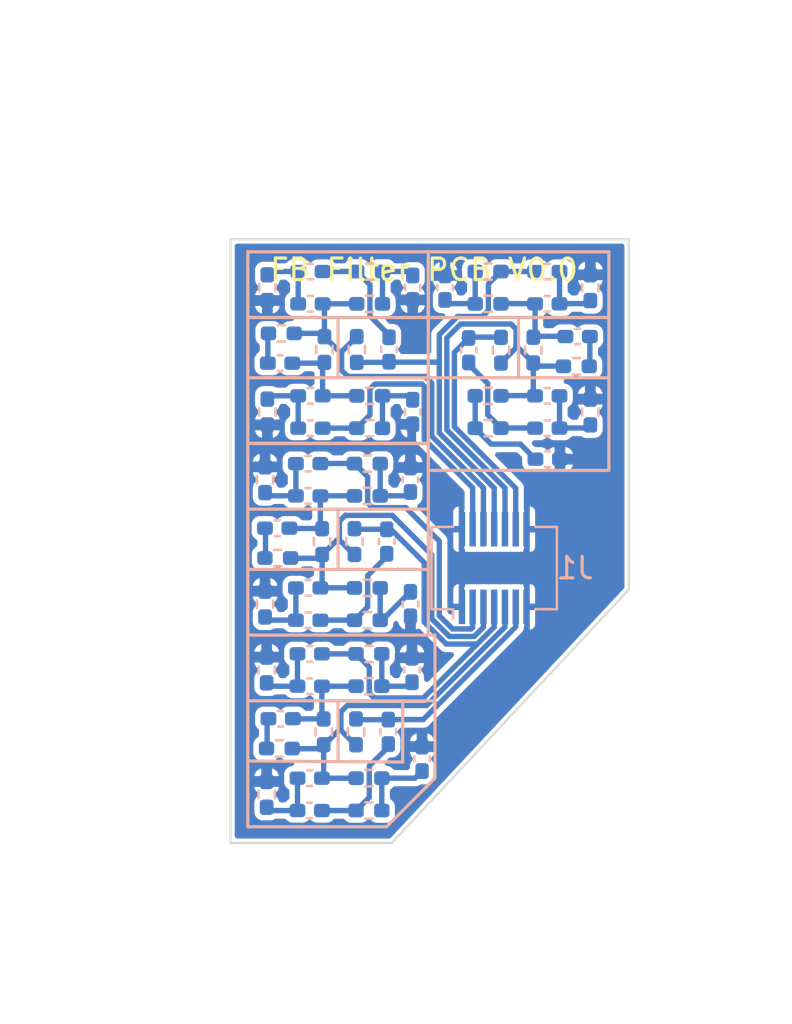
<source format=kicad_pcb>
(kicad_pcb (version 20221018) (generator pcbnew)
  (layers (0 "F.Cu" signal) (1 "In1.Cu" signal) (2 "In2.Cu" signal) (31 "B.Cu" signal) (34 "B.Paste" user) (35 "F.Paste" user) (36 "B.SilkS" user "B.Silkscreen") (37 "F.SilkS" user "F.Silkscreen") (38 "B.Mask" user) (39 "F.Mask" user) (44 "Edge.Cuts" user))
  (net 0 "")
  (net 1 "/FB_Filter_L/QMIC")
  (net 2 "Net-(C1-Pad2)")
  (net 3 "Net-(C2-Pad1)")
  (net 4 "GNDA")
  (net 5 "Net-(C3-Pad2)")
  (net 6 "Net-(C4-Pad2)")
  (net 7 "/FB_Filter_L/IOP1")
  (net 8 "Net-(C5-Pad2)")
  (net 9 "Net-(C6-Pad1)")
  (net 10 "Net-(C7-Pad2)")
  (net 11 "/FB_Filter_L/QOP1")
  (net 12 "Net-(C11-Pad1)")
  (net 13 "Net-(C10-Pad1)")
  (net 14 "Net-(C11-Pad2)")
  (net 15 "Net-(C12-Pad2)")
  (net 16 "/FB_Filter_L/IOP2")
  (net 17 "Net-(C13-Pad2)")
  (net 18 "Net-(C14-Pad1)")
  (net 19 "Net-(C15-Pad2)")
  (net 20 "/FB_Filter_L/QOP2")
  (net 21 "/FB_Filter_R/QOP1")
  (net 22 "Net-(C26-Pad2)")
  (net 23 "Net-(C27-Pad1)")
  (net 24 "Net-(C28-Pad2)")
  (net 25 "Net-(C29-Pad2)")
  (net 26 "/FB_Filter_R/IOP2")
  (net 27 "Net-(C30-Pad2)")
  (net 28 "Net-(C31-Pad1)")
  (net 29 "Net-(C32-Pad2)")
  (net 30 "/FB_Filter_R/QOP2")
  (net 31 "/FB_Filter_R/QMIC")
  (net 32 "Net-(C34-Pad2)")
  (net 33 "Net-(C35-Pad1)")
  (net 34 "Net-(C36-Pad2)")
  (net 35 "Net-(C37-Pad2)")
  (net 36 "/FB_Filter_R/IOP1")
  (net 37 "Net-(C38-Pad2)")
  (net 38 "Net-(C39-Pad1)")
  (net 39 "Net-(C40-Pad2)")
  (footprint "Resistor_SMD:R_0402_1005Metric_Pad0.72x0.64mm_HandSolder" (layer "B.Cu") (at 94.465 67.995)
    (fp_text reference "R25" hide)
    (fp_text value "3k")
  )
  (footprint "Resistor_SMD:R_0402_1005Metric_Pad0.72x0.64mm_HandSolder" (layer "B.Cu") (at 84.215 67.245 -90)
    (fp_text reference "R39" hide)
    (fp_text value "1k")
  )
  (footprint "Capacitor_SMD:C_0402_1005Metric_Pad0.74x0.62mm_HandSolder" (layer "B.Cu") (at 86.1825 84.23 180)
    (fp_text reference "C9" hide)
    (fp_text value "22nF")
  )
  (footprint "Capacitor_SMD:C_0402_1005Metric_Pad0.74x0.62mm_HandSolder" (layer "B.Cu") (at 97.215 73.7625 180)
    (fp_text reference "C32" hide)
    (fp_text value "33nF")
  )
  (footprint "Resistor_SMD:R_0402_1005Metric_Pad0.72x0.64mm_HandSolder" (layer "B.Cu") (at 88.3325 87.8475 -90)
    (fp_text reference "R16" hide)
    (fp_text value "22k")
  )
  (footprint "Capacitor_SMD:C_0402_1005Metric_Pad0.74x0.62mm_HandSolder" (layer "B.Cu") (at 86.1825 85.73)
    (fp_text reference "C11" hide)
    (fp_text value "22nF")
  )
  (footprint "Capacitor_SMD:C_0402_1005Metric_Pad0.74x0.62mm_HandSolder" (layer "B.Cu") (at 97.215 66.495)
    (fp_text reference "C26" hide)
    (fp_text value "22nF")
  )
  (footprint "Resistor_SMD:R_0402_1005Metric_Pad0.72x0.64mm_HandSolder" (layer "B.Cu") (at 84.7725 88.622214)
    (fp_text reference "R14" hide)
    (fp_text value "22k")
  )
  (footprint "Resistor_SMD:R_0402_1005Metric_Pad0.72x0.64mm_HandSolder" (layer "B.Cu") (at 94.465 66.495 180)
    (fp_text reference "R23" hide)
    (fp_text value "3k")
  )
  (footprint "Resistor_SMD:R_0402_1005Metric_Pad0.72x0.64mm_HandSolder" (layer "B.Cu") (at 86.8325 87.85 90)
    (fp_text reference "R13" hide)
    (fp_text value "22k")
  )
  (footprint "Resistor_SMD:R_0402_1005Metric_Pad0.72x0.64mm_HandSolder" (layer "B.Cu") (at 88.965 67.995)
    (fp_text reference "R37" hide)
    (fp_text value "6.2k")
  )
  (footprint "Resistor_SMD:R_0402_1005Metric_Pad0.72x0.64mm_HandSolder" (layer "B.Cu") (at 84.109 81.921526 90)
    (fp_text reference "R8" hide)
    (fp_text value "1k")
  )
  (footprint "Resistor_SMD:R_0402_1005Metric_Pad0.72x0.64mm_HandSolder" (layer "B.Cu") (at 88.9325 89.9975)
    (fp_text reference "R15" hide)
    (fp_text value "6.2k")
  )
  (footprint "Capacitor_SMD:C_0402_1005Metric_Pad0.74x0.62mm_HandSolder" (layer "B.Cu") (at 86.109 75.404026 180)
    (fp_text reference "C1" hide)
    (fp_text value "22nF")
  )
  (footprint "Resistor_SMD:R_0402_1005Metric_Pad0.72x0.64mm_HandSolder" (layer "B.Cu") (at 88.859 76.904026 180)
    (fp_text reference "R3" hide)
    (fp_text value "3k")
  )
  (footprint "Capacitor_SMD:C_0402_1005Metric_Pad0.74x0.62mm_HandSolder" (layer "B.Cu") (at 86.215 73.7625 180)
    (fp_text reference "C34" hide)
    (fp_text value "22nF")
  )
  (footprint "Resistor_SMD:R_0402_1005Metric_Pad0.72x0.64mm_HandSolder" (layer "B.Cu") (at 88.965 73.7625)
    (fp_text reference "R32" hide)
    (fp_text value "3k")
  )
  (footprint "Resistor_SMD:R_0402_1005Metric_Pad0.72x0.64mm_HandSolder" (layer "B.Cu") (at 98.565 70.8925 180)
    (fp_text reference "R27" hide)
    (fp_text value "22k")
  )
  (footprint "Capacitor_SMD:C_0402_1005Metric_Pad0.74x0.62mm_HandSolder" (layer "B.Cu") (at 86.215 66.495)
    (fp_text reference "C40" hide)
    (fp_text value "33nF")
  )
  (footprint "Resistor_SMD:R_0402_1005Metric_Pad0.72x0.64mm_HandSolder" (layer "B.Cu") (at 84.865 69.365)
    (fp_text reference "R36" hide)
    (fp_text value "22k")
  )
  (footprint "Resistor_SMD:R_0402_1005Metric_Pad0.72x0.64mm_HandSolder" (layer "B.Cu") (at 88.859 82.671526 180)
    (fp_text reference "R9" hide)
    (fp_text value "6.2k")
  )
  (footprint "Capacitor_SMD:C_0402_1005Metric_Pad0.74x0.62mm_HandSolder" (layer "B.Cu") (at 86.1825 89.9975 180)
    (fp_text reference "C13" hide)
    (fp_text value "33nF")
  )
  (footprint "Resistor_SMD:R_0402_1005Metric_Pad0.72x0.64mm_HandSolder" (layer "B.Cu") (at 88.9325 85.73 180)
    (fp_text reference "R12" hide)
    (fp_text value "3k")
  )
  (footprint "Capacitor_SMD:C_0402_1005Metric_Pad0.74x0.62mm_HandSolder" (layer "B.Cu") (at 84.805 70.7475 180)
    (fp_text reference "C37" hide)
    (fp_text value "4.7nF")
  )
  (footprint "Resistor_SMD:R_0402_1005Metric_Pad0.72x0.64mm_HandSolder" (layer "B.Cu") (at 84.699 79.785)
    (fp_text reference "R5" hide)
    (fp_text value "22k")
  )
  (footprint "Resistor_SMD:R_0402_1005Metric_Pad0.72x0.64mm_HandSolder" (layer "B.Cu") (at 84.215 73.0125 -90)
    (fp_text reference "R33" hide)
    (fp_text value "5.5k")
  )
  (footprint "Capacitor_SMD:C_0402_1005Metric_Pad0.74x0.62mm_HandSolder" (layer "B.Cu") (at 90.9325 84.98 90)
    (fp_text reference "C10" hide)
    (fp_text value "33nF")
  )
  (footprint "Resistor_SMD:R_0402_1005Metric_Pad0.72x0.64mm_HandSolder" (layer "B.Cu") (at 88.965 72.2625 180)
    (fp_text reference "R34" hide)
    (fp_text value "3k")
  )
  (footprint "Resistor_SMD:R_0402_1005Metric_Pad0.72x0.64mm_HandSolder" (layer "B.Cu") (at 88.365 70.1125 90)
    (fp_text reference "R38" hide)
    (fp_text value "22k")
  )
  (footprint "Capacitor_SMD:C_0402_1005Metric_Pad0.74x0.62mm_HandSolder" (layer "B.Cu") (at 98.625 69.51)
    (fp_text reference "C29" hide)
    (fp_text value "4.7nF")
  )
  (footprint "Resistor_SMD:R_0402_1005Metric_Pad0.72x0.64mm_HandSolder" (layer "B.Cu") (at 86.865 70.115 -90)
    (fp_text reference "R35" hide)
    (fp_text value "22k")
  )
  (footprint "Resistor_SMD:R_0402_1005Metric_Pad0.72x0.64mm_HandSolder" (layer "B.Cu") (at 88.965 66.495 180)
    (fp_text reference "R40" hide)
    (fp_text value "6.2k")
  )
  (footprint "Resistor_SMD:R_0402_1005Metric_Pad0.72x0.64mm_HandSolder" (layer "B.Cu") (at 88.859 75.404026)
    (fp_text reference "R1" hide)
    (fp_text value "3k")
  )
  (footprint "Capacitor_SMD:C_0402_1005Metric_Pad0.74x0.62mm_HandSolder" (layer "B.Cu") (at 90.859 76.154026 90)
    (fp_text reference "C2" hide)
    (fp_text value "33nF")
  )
  (footprint "Capacitor_SMD:C_0402_1005Metric_Pad0.74x0.62mm_HandSolder" (layer "B.Cu") (at 90.859 81.921526 -90)
    (fp_text reference "C6" hide)
    (fp_text value "15nF")
  )
  (footprint "Resistor_SMD:R_0402_1005Metric_Pad0.72x0.64mm_HandSolder" (layer "B.Cu") (at 88.259 79.021526 -90)
    (fp_text reference "R7" hide)
    (fp_text value "22k")
  )
  (footprint "Capacitor_SMD:C_0402_1005Metric_Pad0.74x0.62mm_HandSolder" (layer "B.Cu") (at 86.109 76.904026)
    (fp_text reference "C3" hide)
    (fp_text value "22nF")
  )
  (footprint "Connector_Hirose:Hirose_DF12_DF12C3.0-14DS-0.5V_2x07_P0.50mm_Vertical" (layer "B.Cu") (at 94.75 80.25)
    (fp_text reference "J1")
    (fp_text value "FB_Filters")
  )
  (footprint "Capacitor_SMD:C_0402_1005Metric_Pad0.74x0.62mm_HandSolder" (layer "B.Cu") (at 86.215 72.2625)
    (fp_text reference "C36" hide)
    (fp_text value "22nF")
  )
  (footprint "Resistor_SMD:R_0402_1005Metric_Pad0.72x0.64mm_HandSolder" (layer "B.Cu") (at 88.9325 84.23)
    (fp_text reference "R10" hide)
    (fp_text value "3k")
  )
  (footprint "Capacitor_SMD:C_0402_1005Metric_Pad0.74x0.62mm_HandSolder" (layer "B.Cu") (at 86.1825 91.4975)
    (fp_text reference "C15" hide)
    (fp_text value "33nF")
  )
  (footprint "Capacitor_SMD:C_0402_1005Metric_Pad0.74x0.62mm_HandSolder" (layer "B.Cu") (at 89.865 70.1125 -90)
    (fp_text reference "C41" hide)
    (fp_text value "4.7nF")
  )
  (footprint "Resistor_SMD:R_0402_1005Metric_Pad0.72x0.64mm_HandSolder" (layer "B.Cu") (at 84.109 76.154026 90)
    (fp_text reference "R2" hide)
    (fp_text value "5.5k")
  )
  (footprint "Capacitor_SMD:C_0402_1005Metric_Pad0.74x0.62mm_HandSolder" (layer "B.Cu") (at 86.109 82.671526)
    (fp_text reference "C7" hide)
    (fp_text value "33nF")
  )
  (footprint "Capacitor_SMD:C_0402_1005Metric_Pad0.74x0.62mm_HandSolder" (layer "B.Cu") (at 97.215 67.995 180)
    (fp_text reference "C28" hide)
    (fp_text value "22nF")
  )
  (footprint "Capacitor_SMD:C_0402_1005Metric_Pad0.74x0.62mm_HandSolder" (layer "B.Cu") (at 92.465 67.245 90)
    (fp_text reference "C27" hide)
    (fp_text value "33nF")
  )
  (footprint "Resistor_SMD:R_0402_1005Metric_Pad0.72x0.64mm_HandSolder" (layer "B.Cu") (at 94.465 72.2625 180)
    (fp_text reference "R28" hide)
    (fp_text value "6.2k")
  )
  (footprint "Capacitor_SMD:C_0402_1005Metric_Pad0.74x0.62mm_HandSolder" (layer "B.Cu") (at 89.8325 87.8475 90)
    (fp_text reference "C16" hide)
    (fp_text value "4.7nF")
  )
  (footprint "Capacitor_SMD:C_0402_1005Metric_Pad0.74x0.62mm_HandSolder" (layer "B.Cu") (at 97.2325 75.2)
    (fp_text reference "C31" hide)
    (fp_text value "15nF")
  )
  (footprint "Capacitor_SMD:C_0402_1005Metric_Pad0.74x0.62mm_HandSolder" (layer "B.Cu") (at 89.759 79.021526 90)
    (fp_text reference "C8" hide)
    (fp_text value "4.7nF")
  )
  (footprint "Capacitor_SMD:C_0402_1005Metric_Pad0.74x0.62mm_HandSolder" (layer "B.Cu") (at 97.215 72.2625)
    (fp_text reference "C30" hide)
    (fp_text value "33nF")
  )
  (footprint "Resistor_SMD:R_0402_1005Metric_Pad0.72x0.64mm_HandSolder" (layer "B.Cu") (at 84.1825 90.7475 90)
    (fp_text reference "R17" hide)
    (fp_text value "1k")
  )
  (footprint "Capacitor_SMD:C_0402_1005Metric_Pad0.74x0.62mm_HandSolder" (layer "B.Cu") (at 90.965 67.245 -90)
    (fp_text reference "C39" hide)
    (fp_text value "15nF")
  )
  (footprint "Resistor_SMD:R_0402_1005Metric_Pad0.72x0.64mm_HandSolder" (layer "B.Cu") (at 86.759 79.024026 90)
    (fp_text reference "R4" hide)
    (fp_text value "22k")
  )
  (footprint "Resistor_SMD:R_0402_1005Metric_Pad0.72x0.64mm_HandSolder" (layer "B.Cu") (at 84.1825 84.98 90)
    (fp_text reference "R11" hide)
    (fp_text value "5.5k")
  )
  (footprint "Resistor_SMD:R_0402_1005Metric_Pad0.72x0.64mm_HandSolder" (layer "B.Cu") (at 88.859 81.171526)
    (fp_text reference "R6" hide)
    (fp_text value "6.2k")
  )
  (footprint "Capacitor_SMD:C_0402_1005Metric_Pad0.74x0.62mm_HandSolder" (layer "B.Cu") (at 86.215 67.995 180)
    (fp_text reference "C38" hide)
    (fp_text value "33nF")
  )
  (footprint "Capacitor_SMD:C_0402_1005Metric_Pad0.74x0.62mm_HandSolder" (layer "B.Cu") (at 86.109 81.171526 180)
    (fp_text reference "C5" hide)
    (fp_text value "33nF")
  )
  (footprint "Resistor_SMD:R_0402_1005Metric_Pad0.72x0.64mm_HandSolder" (layer "B.Cu") (at 88.9325 91.4975 180)
    (fp_text reference "R18" hide)
    (fp_text value "6.2k")
  )
  (footprint "Resistor_SMD:R_0402_1005Metric_Pad0.72x0.64mm_HandSolder" (layer "B.Cu") (at 96.565 70.1425 90)
    (fp_text reference "R26" hide)
    (fp_text value "22k")
  )
  (footprint "Capacitor_SMD:C_0402_1005Metric_Pad0.74x0.62mm_HandSolder" (layer "B.Cu") (at 84.671043 78.400431 180)
    (fp_text reference "C4" hide)
    (fp_text value "4.7nF")
  )
  (footprint "Resistor_SMD:R_0402_1005Metric_Pad0.72x0.64mm_HandSolder" (layer "B.Cu") (at 99.215 67.245 90)
    (fp_text reference "R24" hide)
    (fp_text value "5.5k")
  )
  (footprint "Resistor_SMD:R_0402_1005Metric_Pad0.72x0.64mm_HandSolder" (layer "B.Cu") (at 99.215 73.0125 90)
    (fp_text reference "R30" hide)
    (fp_text value "1k")
  )
  (footprint "Capacitor_SMD:C_0402_1005Metric_Pad0.74x0.62mm_HandSolder" (layer "B.Cu") (at 90.965 73.0125 -90)
    (fp_text reference "C35" hide)
    (fp_text value "33nF")
  )
  (footprint "Resistor_SMD:R_0402_1005Metric_Pad0.72x0.64mm_HandSolder" (layer "B.Cu") (at 95.065 70.145 -90)
    (fp_text reference "R29" hide)
    (fp_text value "22k")
  )
  (footprint "Capacitor_SMD:C_0402_1005Metric_Pad0.74x0.62mm_HandSolder" (layer "B.Cu") (at 84.8325 87.239714 180)
    (fp_text reference "C12" hide)
    (fp_text value "4.7nF")
  )
  (footprint "Capacitor_SMD:C_0402_1005Metric_Pad0.74x0.62mm_HandSolder" (layer "B.Cu") (at 91.4 89.1 90)
    (fp_text reference "C14" hide)
    (fp_text value "15nF")
  )
  (footprint "Capacitor_SMD:C_0402_1005Metric_Pad0.74x0.62mm_HandSolder" (layer "B.Cu") (at 93.565 70.145 90)
    (fp_text reference "C33" hide)
    (fp_text value "4.7nF")
  )
  (footprint "Resistor_SMD:R_0402_1005Metric_Pad0.72x0.64mm_HandSolder" (layer "B.Cu") (at 94.465 73.7625)
    (fp_text reference "R31" hide)
    (fp_text value "6.2k")
  )
  (gr_rect (start 83.309 65.58) (end 91.691 74.47) (stroke (width 0.15)) (fill none) (layer "B.SilkS"))
  (gr_line (start 92 90) (end 91.999409 83.361474) (stroke (width 0.15)) (layer "B.SilkS"))
  (gr_rect (start 91.691 65.58) (end 100.073 75.72) (stroke (width 0.15)) (fill none) (layer "B.SilkS"))
  (gr_line (start 83.309 92.25) (end 89.75 92.25) (stroke (width 0.15)) (layer "B.SilkS"))
  (gr_line (start 83.309 77.518) (end 91.691 77.518) (stroke (width 0.15)) (layer "B.SilkS"))
  (gr_line (start 91.691 68.628) (end 83.309 68.628) (stroke (width 0.15)) (layer "B.SilkS"))
  (gr_line (start 83.309 92.25) (end 83.309 83.36) (stroke (width 0.15)) (layer "B.SilkS"))
  (gr_line (start 87.5 71.422) (end 87.5 68.628) (stroke (width 0.15)) (layer "B.SilkS"))
  (gr_line (start 83.309 80.312) (end 91.691 80.312) (stroke (width 0.15)) (layer "B.SilkS"))
  (gr_line (start 95.882 68.628) (end 95.882 71.422) (stroke (width 0.15)) (layer "B.SilkS"))
  (gr_line (start 89.75 92.25) (end 92 90) (stroke (width 0.15)) (layer "B.SilkS"))
  (gr_line (start 87.5 77.518) (end 87.5 80.312) (stroke (width 0.15)) (layer "B.SilkS"))
  (gr_line (start 83.309 89.202) (end 90.5 89.25) (stroke (width 0.15)) (layer "B.SilkS"))
  (gr_line (start 91.691 68.628) (end 100.073 68.628) (stroke (width 0.15)) (layer "B.SilkS"))
  (gr_line (start 87.5 86.408) (end 87.5 89.202) (stroke (width 0.15)) (layer "B.SilkS"))
  (gr_line (start 91.691 71.422) (end 83.309 71.422) (stroke (width 0.15)) (layer "B.SilkS"))
  (gr_line (start 83.309 86.408) (end 92 86.408) (stroke (width 0.15)) (layer "B.SilkS"))
  (gr_line (start 91.691 71.422) (end 100.073 71.422) (stroke (width 0.15)) (layer "B.SilkS"))
  (gr_rect (start 83.309 74.47) (end 91.691 83.36) (stroke (width 0.15)) (fill none) (layer "B.SilkS"))
  (gr_line (start 91.691 83.36) (end 91.999409 83.361474) (stroke (width 0.15)) (layer "B.SilkS"))
  (gr_line (start 90.5 89.25) (end 90.5 86.5) (stroke (width 0.15)) (layer "B.SilkS"))
  (gr_poly (pts (xy 101 65) (xy 82.5 65) (xy 82.5 93) (xy 90 93) (xy 101 81.25)) (stroke (width 0.1)) (fill none) (layer "Edge.Cuts"))
  (gr_text "FB Filter PCB V0.0" (at 84.25 67) (layer "F.SilkS") (effects (font (size 1 1)) (justify left bottom)))
  (segment (start 93.75 83) (end 93.675 83.075) (width 0.25) (layer "B.Cu") (net 1))
  (segment (start 92.2 79) (end 90.649026 77.449026) (width 0.25) (layer "B.Cu") (net 1))
  (segment (start 88.874 77.223498) (end 88.874 76.010974) (width 0.25) (layer "B.Cu") (net 1))
  (segment (start 93.75 81.8) (end 93.75 83) (width 0.25) (layer "B.Cu") (net 1))
  (segment (start 92.814948 83.075) (end 92.2 82.460052) (width 0.25) (layer "B.Cu") (net 1))
  (segment (start 92.2 82.460052) (end 92.2 79) (width 0.25) (layer "B.Cu") (net 1))
  (segment (start 89.099528 77.449026) (end 88.874 77.223498) (width 0.25) (layer "B.Cu") (net 1))
  (segment (start 88.2615 75.398474) (end 86.6765 75.398474) (width 0.25) (layer "B.Cu") (net 1))
  (segment (start 90.649026 77.449026) (end 89.099528 77.449026) (width 0.25) (layer "B.Cu") (net 1))
  (segment (start 93.675 83.075) (end 92.814948 83.075) (width 0.25) (layer "B.Cu") (net 1))
  (segment (start 88.874 76.010974) (end 88.2615 75.398474) (width 0.25) (layer "B.Cu") (net 1))
  (segment (start 84.2615 76.898474) (end 84.109 76.745974) (width 0.25) (layer "B.Cu") (net 2))
  (segment (start 85.5415 76.898474) (end 84.2615 76.898474) (width 0.25) (layer "B.Cu") (net 2))
  (segment (start 85.5415 76.898474) (end 85.5415 75.398474) (width 0.25) (layer "B.Cu") (net 2))
  (segment (start 89.4565 76.898474) (end 90.6765 76.898474) (width 0.25) (layer "B.Cu") (net 3))
  (segment (start 90.6765 76.898474) (end 90.859 76.715974) (width 0.25) (layer "B.Cu") (net 3))
  (segment (start 89.4565 76.898474) (end 89.4565 75.398474) (width 0.25) (layer "B.Cu") (net 3))
  (segment (start 84.1515 75.593474) (end 84.109 75.550974) (width 0.25) (layer "B.Cu") (net 4))
  (segment (start 84.2575 73.565) (end 84.215 73.6075) (width 0.25) (layer "B.Cu") (net 4))
  (segment (start 86.6765 76.898474) (end 86.6765 78.465974) (width 0.25) (layer "B.Cu") (net 5))
  (segment (start 86.6765 76.898474) (end 88.2615 76.898474) (width 0.25) (layer "B.Cu") (net 5))
  (segment (start 85.2665 78.413474) (end 86.724 78.413474) (width 0.25) (layer "B.Cu") (net 5))
  (segment (start 84.1315 78.413474) (end 84.1315 79.765974) (width 0.25) (layer "B.Cu") (net 6))
  (segment (start 84.1315 79.765974) (end 84.1615 79.795974) (width 0.25) (layer "B.Cu") (net 6))
  (segment (start 86.6765 79.725974) (end 86.759 79.643474) (width 0.25) (layer "B.Cu") (net 7))
  (segment (start 87.559 78.843474) (end 86.759 79.643474) (width 0.25) (layer "B.Cu") (net 7))
  (segment (start 93.819974 83.425) (end 92.669974 83.425) (width 0.25) (layer "B.Cu") (net 7))
  (segment (start 91.85 82.605026) (end 91.85 79.640125) (width 0.25) (layer "B.Cu") (net 7))
  (segment (start 86.759 81.083474) (end 86.6765 81.165974) (width 0.25) (layer "B.Cu") (net 7))
  (segment (start 92.669974 83.425) (end 91.85 82.605026) (width 0.25) (layer "B.Cu") (net 7))
  (segment (start 86.6765 81.165974) (end 88.2615 81.165974) (width 0.25) (layer "B.Cu") (net 7))
  (segment (start 86.759 79.743474) (end 86.759 81.083474) (width 0.25) (layer "B.Cu") (net 7))
  (segment (start 85.3565 79.795974) (end 86.6065 79.795974) (width 0.25) (layer "B.Cu") (net 7))
  (segment (start 87.833013 77.806961) (end 87.8465 77.793474) (width 0.25) (layer "B.Cu") (net 7))
  (segment (start 94.25 81.8) (end 94.25 82.994974) (width 0.25) (layer "B.Cu") (net 7))
  (segment (start 87.559 78.843474) (end 87.559 78.945974) (width 0.25) (layer "B.Cu") (net 7))
  (segment (start 87.559 78.843474) (end 87.559 78.080974) (width 0.25) (layer "B.Cu") (net 7))
  (segment (start 91.85 79.640125) (end 90.016836 77.806961) (width 0.25) (layer "B.Cu") (net 7))
  (segment (start 94.25 82.994974) (end 93.819974 83.425) (width 0.25) (layer "B.Cu") (net 7))
  (segment (start 87.559 78.080974) (end 87.833013 77.806961) (width 0.25) (layer "B.Cu") (net 7))
  (segment (start 90.016836 77.806961) (end 87.833013 77.806961) (width 0.25) (layer "B.Cu") (net 7))
  (segment (start 86.6065 79.795974) (end 86.759 79.643474) (width 0.25) (layer "B.Cu") (net 7))
  (segment (start 87.559 78.945974) (end 88.259 79.645974) (width 0.25) (layer "B.Cu") (net 7))
  (segment (start 85.5415 82.665974) (end 84.2615 82.665974) (width 0.25) (layer "B.Cu") (net 8))
  (segment (start 85.5415 82.665974) (end 85.5415 81.165974) (width 0.25) (layer "B.Cu") (net 8))
  (segment (start 84.2615 82.665974) (end 84.109 82.513474) (width 0.25) (layer "B.Cu") (net 8))
  (segment (start 89.4565 81.165974) (end 89.4565 82.665974) (width 0.25) (layer "B.Cu") (net 9))
  (segment (start 89.4565 82.671526) (end 89.5415 82.671526) (width 0.25) (layer "B.Cu") (net 9))
  (segment (start 89.5415 82.671526) (end 90.859 81.354026) (width 0.25) (layer "B.Cu") (net 9))
  (segment (start 88.2615 82.665974) (end 86.6765 82.665974) (width 0.25) (layer "B.Cu") (net 10))
  (segment (start 88.874 80.600974) (end 88.874 82.053474) (width 0.25) (layer "B.Cu") (net 10))
  (segment (start 89.759 79.715974) (end 88.874 80.600974) (width 0.25) (layer "B.Cu") (net 10))
  (segment (start 88.2615 82.665974) (end 88.874 82.053474) (width 0.25) (layer "B.Cu") (net 10))
  (segment (start 88.335 84.2325) (end 88.9475 84.845) (width 0.25) (layer "B.Cu") (net 11))
  (segment (start 88.9475 86.051972) (end 89.173028 86.2775) (width 0.25) (layer "B.Cu") (net 11))
  (segment (start 86.75 84.2325) (end 88.335 84.2325) (width 0.25) (layer "B.Cu") (net 11))
  (segment (start 91.5 82.75) (end 92.525 83.775) (width 0.25) (layer "B.Cu") (net 11))
  (segment (start 94.479896 83.260052) (end 94.75 82.989948) (width 0.25) (layer "B.Cu") (net 11))
  (segment (start 89.173028 86.2775) (end 91.462448 86.2775) (width 0.25) (layer "B.Cu") (net 11))
  (segment (start 88.9475 84.845) (end 88.9475 86.051972) (width 0.25) (layer "B.Cu") (net 11))
  (segment (start 92.525 83.775) (end 93.964949 83.775) (width 0.25) (layer "B.Cu") (net 11))
  (segment (start 89.954026 78.454026) (end 91.5 80) (width 0.25) (layer "B.Cu") (net 11))
  (segment (start 91.462448 86.2775) (end 94.479896 83.260052) (width 0.25) (layer "B.Cu") (net 11))
  (segment (start 93.964949 83.775) (end 94.479896 83.260052) (width 0.25) (layer "B.Cu") (net 11))
  (segment (start 91.5 80) (end 91.5 82.75) (width 0.25) (layer "B.Cu") (net 11))
  (segment (start 88.259 78.450974) (end 89.729 78.450974) (width 0.25) (layer "B.Cu") (net 11))
  (segment (start 94.75 82.989948) (end 94.75 81.8) (width 0.25) (layer "B.Cu") (net 11))
  (segment (start 89.759 78.454026) (end 89.954026 78.454026) (width 0.25) (layer "B.Cu") (net 11))
  (segment (start 85.615 85.7325) (end 85.615 84.2325) (width 0.25) (layer "B.Cu") (net 12))
  (segment (start 85.615 85.7325) (end 84.335 85.7325) (width 0.25) (layer "B.Cu") (net 12))
  (segment (start 84.335 85.7325) (end 84.1825 85.58) (width 0.25) (layer "B.Cu") (net 12))
  (segment (start 89.53 85.7325) (end 89.53 84.2325) (width 0.25) (layer "B.Cu") (net 13))
  (segment (start 89.53 85.7325) (end 90.75 85.7325) (width 0.25) (layer "B.Cu") (net 13))
  (segment (start 90.75 85.7325) (end 90.9325 85.55) (width 0.25) (layer "B.Cu") (net 13))
  (segment (start 86.75 85.7325) (end 86.75 87.3) (width 0.25) (layer "B.Cu") (net 14))
  (segment (start 85.34 87.2475) (end 86.7975 87.2475) (width 0.25) (layer "B.Cu") (net 14))
  (segment (start 86.75 85.7325) (end 88.335 85.7325) (width 0.25) (layer "B.Cu") (net 14))
  (segment (start 84.205 88.6) (end 84.235 88.63) (width 0.25) (layer "B.Cu") (net 15))
  (segment (start 84.205 87.2475) (end 84.205 88.6) (width 0.25) (layer "B.Cu") (net 15))
  (segment (start 91.607422 86.6275) (end 95.25 82.984922) (width 0.25) (layer "B.Cu") (net 16))
  (segment (start 85.43 88.63) (end 86.68 88.63) (width 0.25) (layer "B.Cu") (net 16))
  (segment (start 95.25 82.984922) (end 95.25 81.8) (width 0.25) (layer "B.Cu") (net 16))
  (segment (start 87.6325 87.6775) (end 87.6325 86.915) (width 0.25) (layer "B.Cu") (net 16))
  (segment (start 87.6325 87.6775) (end 87.6325 87.78) (width 0.25) (layer "B.Cu") (net 16))
  (segment (start 86.75 88.56) (end 86.8325 88.4775) (width 0.25) (layer "B.Cu") (net 16))
  (segment (start 86.75 90) (end 88.335 90) (width 0.25) (layer "B.Cu") (net 16))
  (segment (start 87.6325 87.78) (end 88.3325 88.48) (width 0.25) (layer "B.Cu") (net 16))
  (segment (start 86.68 88.63) (end 86.8325 88.4775) (width 0.25) (layer "B.Cu") (net 16))
  (segment (start 87.6325 86.915) (end 87.92 86.6275) (width 0.25) (layer "B.Cu") (net 16))
  (segment (start 87.6325 87.6775) (end 86.8325 88.4775) (width 0.25) (layer "B.Cu") (net 16))
  (segment (start 86.8325 88.5775) (end 86.8325 89.9175) (width 0.25) (layer "B.Cu") (net 16))
  (segment (start 87.92 86.6275) (end 91.607422 86.6275) (width 0.25) (layer "B.Cu") (net 16))
  (segment (start 86.8325 89.9175) (end 86.75 90) (width 0.25) (layer "B.Cu") (net 16))
  (segment (start 85.615 91.5) (end 85.615 90) (width 0.25) (layer "B.Cu") (net 17))
  (segment (start 85.615 91.5) (end 84.335 91.5) (width 0.25) (layer "B.Cu") (net 17))
  (segment (start 84.335 91.5) (end 84.1825 91.3475) (width 0.25) (layer "B.Cu") (net 17))
  (segment (start 89.53 89.9975) (end 91.07 89.9975) (width 0.25) (layer "B.Cu") (net 18))
  (segment (start 89.53 90) (end 89.53 91.5) (width 0.25) (layer "B.Cu") (net 18))
  (segment (start 91.07 89.9975) (end 91.4 89.6675) (width 0.25) (layer "B.Cu") (net 18))
  (segment (start 89.8325 88.55) (end 88.9475 89.435) (width 0.25) (layer "B.Cu") (net 19))
  (segment (start 88.335 91.5) (end 86.75 91.5) (width 0.25) (layer "B.Cu") (net 19))
  (segment (start 88.9475 89.435) (end 88.9475 90.8875) (width 0.25) (layer "B.Cu") (net 19))
  (segment (start 88.335 91.5) (end 88.9475 90.8875) (width 0.25) (layer "B.Cu") (net 19))
  (segment (start 88.3325 87.285) (end 89.8025 87.285) (width 0.25) (layer "B.Cu") (net 20))
  (segment (start 91.449896 87.28) (end 95.75 82.979896) (width 0.25) (layer "B.Cu") (net 20))
  (segment (start 95.75 82.979896) (end 95.75 81.8) (width 0.25) (layer "B.Cu") (net 20))
  (segment (start 89.8325 87.28) (end 91.449896 87.28) (width 0.25) (layer "B.Cu") (net 20))
  (segment (start 89.8325 87.315) (end 90.0445 87.315) (width 0.25) (layer "B.Cu") (net 20))
  (segment (start 93.045526 68.58) (end 92.2 69.425525) (width 0.25) (layer "B.Cu") (net 21))
  (segment (start 96.6475 66.4925) (end 95.0625 66.4925) (width 0.25) (layer "B.Cu") (net 21))
  (segment (start 94.75 76.53692) (end 94.75 78.2) (width 0.25) (layer "B.Cu") (net 21))
  (segment (start 88.365 70.7075) (end 89.835 70.7075) (width 0.25) (layer "B.Cu") (net 21))
  (segment (start 95.0625 66.4925) (end 94.48 67.075) (width 0.25) (layer "B.Cu") (net 21))
  (segment (start 94.48 67.075) (end 94.48 68.298) (width 0.25) (layer "B.Cu") (net 21))
  (segment (start 92.2 69.425525) (end 92.2 73.98692) (width 0.25) (layer "B.Cu") (net 21))
  (segment (start 92.2 73.98692) (end 94.75 76.53692) (width 0.25) (layer "B.Cu") (net 21))
  (segment (start 94.198 68.58) (end 93.045526 68.58) (width 0.25) (layer "B.Cu") (net 21))
  (segment (start 89.865 70.6775) (end 89.8875 70.7) (width 0.25) (layer "B.Cu") (net 21))
  (segment (start 94.48 68.298) (end 94.198 68.58) (width 0.25) (layer "B.Cu") (net 21))
  (segment (start 89.8875 70.7) (end 92.2 70.7) (width 0.25) (layer "B.Cu") (net 21))
  (segment (start 97.7825 67.985) (end 99.0625 67.985) (width 0.25) (layer "B.Cu") (net 22))
  (segment (start 97.7825 67.985) (end 97.7825 66.485) (width 0.25) (layer "B.Cu") (net 22))
  (segment (start 99.0625 67.985) (end 99.215 67.8325) (width 0.25) (layer "B.Cu") (net 22))
  (segment (start 92.6475 67.985) (end 92.465 67.8025) (width 0.25) (layer "B.Cu") (net 23))
  (segment (start 93.8675 67.985) (end 92.6475 67.985) (width 0.25) (layer "B.Cu") (net 23))
  (segment (start 93.8675 67.985) (end 93.8675 66.485) (width 0.25) (layer "B.Cu") (net 23))
  (segment (start 96.6475 67.985) (end 96.6475 69.5525) (width 0.25) (layer "B.Cu") (net 24))
  (segment (start 96.6475 67.985) (end 95.0625 67.985) (width 0.25) (layer "B.Cu") (net 24))
  (segment (start 98.0575 69.5) (end 96.6 69.5) (width 0.25) (layer "B.Cu") (net 24))
  (segment (start 99.1925 69.5) (end 99.1925 70.8525) (width 0.25) (layer "B.Cu") (net 25))
  (segment (start 99.1925 70.8525) (end 99.1625 70.8825) (width 0.25) (layer "B.Cu") (net 25))
  (segment (start 95.765 70.0325) (end 95.065 70.7325) (width 0.25) (layer "B.Cu") (net 26))
  (segment (start 96.6475 72.2525) (end 95.0625 72.2525) (width 0.25) (layer "B.Cu") (net 26))
  (segment (start 96.565 70.83) (end 96.565 72.17) (width 0.25) (layer "B.Cu") (net 26))
  (segment (start 93.1905 68.93) (end 92.55 69.5705) (width 0.25) (layer "B.Cu") (net 26))
  (segment (start 92.55 73.841946) (end 95.25 76.541946) (width 0.25) (layer "B.Cu") (net 26))
  (segment (start 95.25 76.541946) (end 95.25 78.2) (width 0.25) (layer "B.Cu") (net 26))
  (segment (start 95.5275 68.93) (end 93.1905 68.93) (width 0.25) (layer "B.Cu") (net 26))
  (segment (start 95.765 69.93) (end 95.765 69.1675) (width 0.25) (layer "B.Cu") (net 26))
  (segment (start 95.765 69.1675) (end 95.5275 68.93) (width 0.25) (layer "B.Cu") (net 26))
  (segment (start 92.55 69.5705) (end 92.55 73.841946) (width 0.25) (layer "B.Cu") (net 26))
  (segment (start 96.6475 70.8125) (end 96.565 70.73) (width 0.25) (layer "B.Cu") (net 26))
  (segment (start 97.9675 70.8825) (end 96.7175 70.8825) (width 0.25) (layer "B.Cu") (net 26))
  (segment (start 96.7175 70.8825) (end 96.565 70.73) (width 0.25) (layer "B.Cu") (net 26))
  (segment (start 96.565 72.17) (end 96.6475 72.2525) (width 0.25) (layer "B.Cu") (net 26))
  (segment (start 95.765 69.93) (end 95.765 70.0325) (width 0.25) (layer "B.Cu") (net 26))
  (segment (start 95.765 69.93) (end 96.565 70.73) (width 0.25) (layer "B.Cu") (net 26))
  (segment (start 97.7825 73.7525) (end 97.7825 72.2525) (width 0.25) (layer "B.Cu") (net 27))
  (segment (start 97.7825 73.7525) (end 99.0625 73.7525) (width 0.25) (layer "B.Cu") (net 27))
  (segment (start 99.0625 73.7525) (end 99.215 73.6) (width 0.25) (layer "B.Cu") (net 27))
  (segment (start 93.8675 73.7625) (end 94.605 74.5) (width 0.25) (layer "B.Cu") (net 28))
  (segment (start 96.615 75.25) (end 96.665 75.2) (width 0.25) (layer "B.Cu") (net 28))
  (segment (start 94.605 74.5) (end 95.965 74.5) (width 0.25) (layer "B.Cu") (net 28))
  (segment (start 95.965 74.5) (end 96.665 75.2) (width 0.25) (layer "B.Cu") (net 28))
  (segment (start 93.8675 72.2525) (end 93.8675 73.7525) (width 0.25) (layer "B.Cu") (net 28))
  (segment (start 95.0625 73.7525) (end 96.6475 73.7525) (width 0.25) (layer "B.Cu") (net 29))
  (segment (start 95.0625 73.7525) (end 94.45 73.14) (width 0.25) (layer "B.Cu") (net 29))
  (segment (start 94.45 71.6875) (end 94.45 73.14) (width 0.25) (layer "B.Cu") (net 29))
  (segment (start 93.565 70.8025) (end 94.45 71.6875) (width 0.25) (layer "B.Cu") (net 29))
  (segment (start 93.565 69.5775) (end 92.9 70.2425) (width 0.25) (layer "B.Cu") (net 30))
  (segment (start 92.9 73.696972) (end 95.75 76.546972) (width 0.25) (layer "B.Cu") (net 30))
  (segment (start 95.065 69.5375) (end 93.595 69.5375) (width 0.25) (layer "B.Cu") (net 30))
  (segment (start 95.75 76.546972) (end 95.75 78.2) (width 0.25) (layer "B.Cu") (net 30))
  (segment (start 92.9 70.2425) (end 92.9 73.696972) (width 0.25) (layer "B.Cu") (net 30))
  (segment (start 93.565 69.5675) (end 93.353 69.5675) (width 0.25) (layer "B.Cu") (net 30))
  (segment (start 88.98 71.940528) (end 89.205528 71.715) (width 0.25) (layer "B.Cu") (net 31))
  (segment (start 91.5 71.8175) (end 91.5 74.276868) (width 0.25) (layer "B.Cu") (net 31))
  (segment (start 88.3675 73.76) (end 88.98 73.1475) (width 0.25) (layer "B.Cu") (net 31))
  (segment (start 91.3975 71.715) (end 91.5 71.8175) (width 0.25) (layer "B.Cu") (net 31))
  (segment (start 88.98 73.1475) (end 88.98 71.940528) (width 0.25) (layer "B.Cu") (net 31))
  (segment (start 93.75 76.526868) (end 93.75 78.2) (width 0.25) (layer "B.Cu") (net 31))
  (segment (start 86.7825 73.76) (end 88.3675 73.76) (width 0.25) (layer "B.Cu") (net 31))
  (segment (start 89.205528 71.715) (end 91.3975 71.715) (width 0.25) (layer "B.Cu") (net 31))
  (segment (start 91.5 74.276868) (end 93.75 76.526868) (width 0.25) (layer "B.Cu") (net 31))
  (segment (start 85.6475 72.26) (end 85.6475 73.76) (width 0.25) (layer "B.Cu") (net 32))
  (segment (start 84.3675 72.26) (end 84.215 72.4125) (width 0.25) (layer "B.Cu") (net 32))
  (segment (start 85.6475 72.26) (end 84.3675 72.26) (width 0.25) (layer "B.Cu") (net 32))
  (segment (start 89.5625 72.26) (end 89.5625 73.76) (width 0.25) (layer "B.Cu") (net 33))
  (segment (start 90.7825 72.26) (end 90.965 72.4425) (width 0.25) (layer "B.Cu") (net 33))
  (segment (start 89.5625 72.26) (end 90.7825 72.26) (width 0.25) (layer "B.Cu") (net 33))
  (segment (start 85.3725 70.745) (end 86.83 70.745) (width 0.25) (layer "B.Cu") (net 34))
  (segment (start 86.7825 72.26) (end 88.3675 72.26) (width 0.25) (layer "B.Cu") (net 34))
  (segment (start 86.7825 72.26) (end 86.7825 70.6925) (width 0.25) (layer "B.Cu") (net 34))
  (segment (start 84.2375 69.3925) (end 84.2675 69.3625) (width 0.25) (layer "B.Cu") (net 35))
  (segment (start 84.2375 70.745) (end 84.2375 69.3925) (width 0.25) (layer "B.Cu") (net 35))
  (segment (start 87.665 70.2125) (end 88.365 69.5125) (width 0.25) (layer "B.Cu") (net 36))
  (segment (start 87.665 71.0775) (end 87.9525 71.365) (width 0.25) (layer "B.Cu") (net 36))
  (segment (start 86.865 68.075) (end 86.7825 67.9925) (width 0.25) (layer "B.Cu") (net 36))
  (segment (start 85.4625 69.3625) (end 86.7125 69.3625) (width 0.25) (layer "B.Cu") (net 36))
  (segment (start 94.25 76.531894) (end 94.25 78.2) (width 0.25) (layer "B.Cu") (net 36))
  (segment (start 91.542474 71.365) (end 91.85 71.672526) (width 0.25) (layer "B.Cu") (net 36))
  (segment (start 91.85 71.672526) (end 91.85 74.131894) (width 0.25) (layer "B.Cu") (net 36))
  (segment (start 91.85 74.131894) (end 94.25 76.531894) (width 0.25) (layer "B.Cu") (net 36))
  (segment (start 87.665 70.315) (end 87.665 70.2125) (width 0.25) (layer "B.Cu") (net 36))
  (segment (start 87.9525 71.365) (end 91.542474 71.365) (width 0.25) (layer "B.Cu") (net 36))
  (segment (start 86.7825 69.4325) (end 86.865 69.515) (width 0.25) (layer "B.Cu") (net 36))
  (segment (start 87.665 70.315) (end 87.665 71.0775) (width 0.25) (layer "B.Cu") (net 36))
  (segment (start 86.7825 67.9925) (end 88.3675 67.9925) (width 0.25) (layer "B.Cu") (net 36))
  (segment (start 86.865 69.415) (end 86.865 68.075) (width 0.25) (layer "B.Cu") (net 36))
  (segment (start 86.7125 69.3625) (end 86.865 69.515) (width 0.25) (layer "B.Cu") (net 36))
  (segment (start 87.665 70.315) (end 86.865 69.515) (width 0.25) (layer "B.Cu") (net 36))
  (segment (start 84.3675 66.4925) (end 84.215 66.645) (width 0.25) (layer "B.Cu") (net 37))
  (segment (start 85.6475 66.4925) (end 85.6475 67.9925) (width 0.25) (layer "B.Cu") (net 37))
  (segment (start 85.6475 66.4925) (end 84.3675 66.4925) (width 0.25) (layer "B.Cu") (net 37))
  (segment (start 89.5625 67.9925) (end 89.5625 66.4925) (width 0.25) (layer "B.Cu") (net 38))
  (segment (start 90.7825 66.4925) (end 90.965 66.675) (width 0.25) (layer "B.Cu") (net 38))
  (segment (start 89.5625 66.4925) (end 90.7825 66.4925) (width 0.25) (layer "B.Cu") (net 38))
  (segment (start 88.3675 66.4925) (end 86.7825 66.4925) (width 0.25) (layer "B.Cu") (net 39))
  (segment (start 89.865 69.4425) (end 88.98 68.5575) (width 0.25) (layer "B.Cu") (net 39))
  (segment (start 88.3675 66.4925) (end 88.98 67.105) (width 0.25) (layer "B.Cu") (net 39))
  (segment (start 88.98 68.5575) (end 88.98 67.105) (width 0.25) (layer "B.Cu") (net 39))
  (zone (net 4) (net_name "GNDA") (layer "B.Cu") (connect_pads (clearance 0.25)) (min_thickness 0.25) (fill yes (thermal_gap 0.25) (thermal_bridge_width 0.5))
    (polygon (pts (xy 75.3 53.9) (xy 108.3 54.8) (xy 108.6 101.4) (xy 71.8 98.9)))
  )
)
</source>
